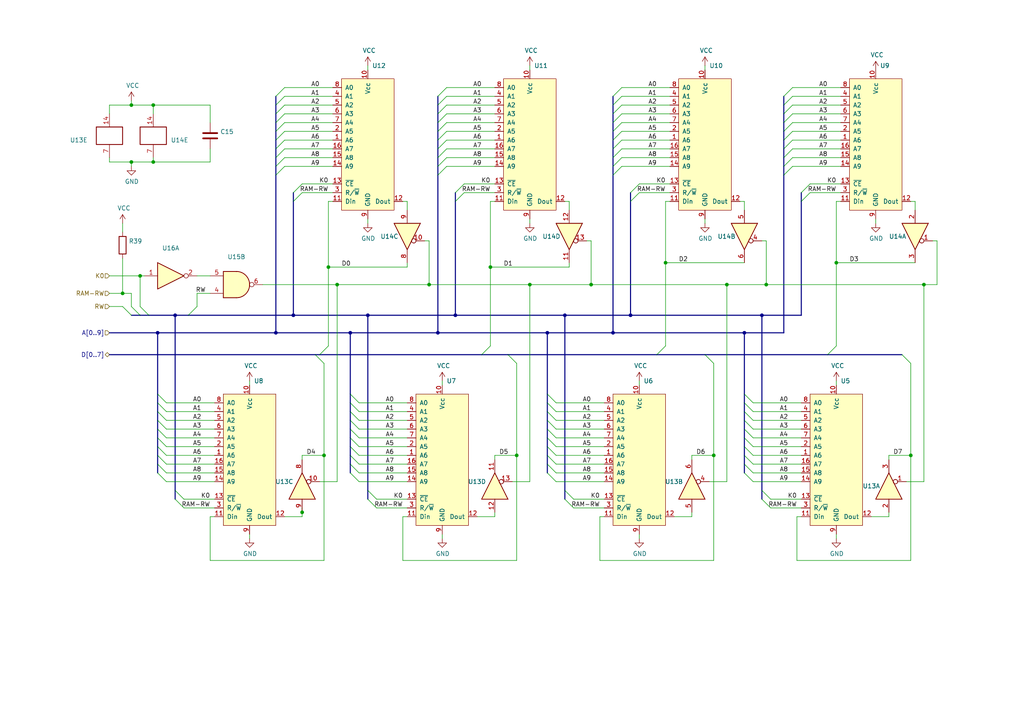
<source format=kicad_sch>
(kicad_sch (version 20211123) (generator eeschema)
  (paper "A4")
  (lib_symbols
    (symbol "74xx:7400" (pin_names (offset 1.016))
      (property "Reference" "U" (at 0 1.27 0))
      (property "Value" "7400" (at 0 -1.27 0))
      (symbol "7400_1_1"
        (arc (start 0 -3.81) (mid 3.81 0) (end 0 3.81) (stroke (width 0.254)) (fill (type background)))
        (polyline (pts (xy 0 3.81) (xy -3.81 3.81) (xy -3.81 -3.81) (xy 0 -3.81)) (stroke (width 0.254)) (fill (type background)))
        (pin input line (at -7.62 2.54 0) (length 3.81) (name "~") (number "1"))
        (pin input line (at -7.62 -2.54 0) (length 3.81) (name "~") (number "2"))
        (pin output inverted (at 7.62 0 180) (length 3.81) (name "~") (number "3"))
      )
      (symbol "7400_1_2"
        (arc (start -3.81 -3.81) (mid -2.589 0) (end -3.81 3.81) (stroke (width 0.254)))
        (arc (start -0.6096 -3.81) (mid 2.1842 -2.5851) (end 3.81 0) (stroke (width 0.254)) (fill (type background)))
        (polyline (pts (xy -3.81 -3.81) (xy -0.635 -3.81)) (stroke (width 0.254)) (fill (type background)))
        (polyline (pts (xy -3.81 3.81) (xy -0.635 3.81)) (stroke (width 0.254)) (fill (type background)))
        (polyline (pts (xy -0.635 3.81) (xy -3.81 3.81) (xy -3.81 3.81) (xy -3.556 3.4036) (xy -3.0226 2.2606) (xy -2.6924 1.0414) (xy -2.6162 -0.254) (xy -2.7686 -1.4986) (xy -3.175 -2.7178) (xy -3.81 -3.81) (xy -3.81 -3.81) (xy -0.635 -3.81)) (stroke (width -25.4)) (fill (type background)))
        (arc (start 3.81 0) (mid 2.1915 2.5936) (end -0.6096 3.81) (stroke (width 0.254)) (fill (type background)))
        (pin input inverted (at -7.62 2.54 0) (length 4.318) (name "~") (number "1"))
        (pin input inverted (at -7.62 -2.54 0) (length 4.318) (name "~") (number "2"))
        (pin output line (at 7.62 0 180) (length 3.81) (name "~") (number "3"))
      )
      (symbol "7400_2_1"
        (arc (start 0 -3.81) (mid 3.81 0) (end 0 3.81) (stroke (width 0.254)) (fill (type background)))
        (polyline (pts (xy 0 3.81) (xy -3.81 3.81) (xy -3.81 -3.81) (xy 0 -3.81)) (stroke (width 0.254)) (fill (type background)))
        (pin input line (at -7.62 2.54 0) (length 3.81) (name "~") (number "4"))
        (pin input line (at -7.62 -2.54 0) (length 3.81) (name "~") (number "5"))
        (pin output inverted (at 7.62 0 180) (length 3.81) (name "~") (number "6"))
      )
      (symbol "7400_2_2"
        (arc (start -3.81 -3.81) (mid -2.589 0) (end -3.81 3.81) (stroke (width 0.254)))
        (arc (start -0.6096 -3.81) (mid 2.1842 -2.5851) (end 3.81 0) (stroke (width 0.254)) (fill (type background)))
        (polyline (pts (xy -3.81 -3.81) (xy -0.635 -3.81)) (stroke (width 0.254)) (fill (type background)))
        (polyline (pts (xy -3.81 3.81) (xy -0.635 3.81)) (stroke (width 0.254)) (fill (type background)))
        (polyline (pts (xy -0.635 3.81) (xy -3.81 3.81) (xy -3.81 3.81) (xy -3.556 3.4036) (xy -3.0226 2.2606) (xy -2.6924 1.0414) (xy -2.6162 -0.254) (xy -2.7686 -1.4986) (xy -3.175 -2.7178) (xy -3.81 -3.81) (xy -3.81 -3.81) (xy -0.635 -3.81)) (stroke (width -25.4)) (fill (type background)))
        (arc (start 3.81 0) (mid 2.1915 2.5936) (end -0.6096 3.81) (stroke (width 0.254)) (fill (type background)))
        (pin input inverted (at -7.62 2.54 0) (length 4.318) (name "~") (number "4"))
        (pin input inverted (at -7.62 -2.54 0) (length 4.318) (name "~") (number "5"))
        (pin output line (at 7.62 0 180) (length 3.81) (name "~") (number "6"))
      )
      (symbol "7400_3_1"
        (arc (start 0 -3.81) (mid 3.81 0) (end 0 3.81) (stroke (width 0.254)) (fill (type background)))
        (polyline (pts (xy 0 3.81) (xy -3.81 3.81) (xy -3.81 -3.81) (xy 0 -3.81)) (stroke (width 0.254)) (fill (type background)))
        (pin input line (at -7.62 -2.54 0) (length 3.81) (name "~") (number "10"))
        (pin output inverted (at 7.62 0 180) (length 3.81) (name "~") (number "8"))
        (pin input line (at -7.62 2.54 0) (length 3.81) (name "~") (number "9"))
      )
      (symbol "7400_3_2"
        (arc (start -3.81 -3.81) (mid -2.589 0) (end -3.81 3.81) (stroke (width 0.254)))
        (arc (start -0.6096 -3.81) (mid 2.1842 -2.5851) (end 3.81 0) (stroke (width 0.254)) (fill (type background)))
        (polyline (pts (xy -3.81 -3.81) (xy -0.635 -3.81)) (stroke (width 0.254)) (fill (type background)))
        (polyline (pts (xy -3.81 3.81) (xy -0.635 3.81)) (stroke (width 0.254)) (fill (type background)))
        (polyline (pts (xy -0.635 3.81) (xy -3.81 3.81) (xy -3.81 3.81) (xy -3.556 3.4036) (xy -3.0226 2.2606) (xy -2.6924 1.0414) (xy -2.6162 -0.254) (xy -2.7686 -1.4986) (xy -3.175 -2.7178) (xy -3.81 -3.81) (xy -3.81 -3.81) (xy -0.635 -3.81)) (stroke (width -25.4)) (fill (type background)))
        (arc (start 3.81 0) (mid 2.1915 2.5936) (end -0.6096 3.81) (stroke (width 0.254)) (fill (type background)))
        (pin input inverted (at -7.62 -2.54 0) (length 4.318) (name "~") (number "10"))
        (pin output line (at 7.62 0 180) (length 3.81) (name "~") (number "8"))
        (pin input inverted (at -7.62 2.54 0) (length 4.318) (name "~") (number "9"))
      )
      (symbol "7400_4_1"
        (arc (start 0 -3.81) (mid 3.81 0) (end 0 3.81) (stroke (width 0.254)) (fill (type background)))
        (polyline (pts (xy 0 3.81) (xy -3.81 3.81) (xy -3.81 -3.81) (xy 0 -3.81)) (stroke (width 0.254)) (fill (type background)))
        (pin output inverted (at 7.62 0 180) (length 3.81) (name "~") (number "11"))
        (pin input line (at -7.62 2.54 0) (length 3.81) (name "~") (number "12"))
        (pin input line (at -7.62 -2.54 0) (length 3.81) (name "~") (number "13"))
      )
      (symbol "7400_4_2"
        (arc (start -3.81 -3.81) (mid -2.589 0) (end -3.81 3.81) (stroke (width 0.254)))
        (arc (start -0.6096 -3.81) (mid 2.1842 -2.5851) (end 3.81 0) (stroke (width 0.254)) (fill (type background)))
        (polyline (pts (xy -3.81 -3.81) (xy -0.635 -3.81)) (stroke (width 0.254)) (fill (type background)))
        (polyline (pts (xy -3.81 3.81) (xy -0.635 3.81)) (stroke (width 0.254)) (fill (type background)))
        (polyline (pts (xy -0.635 3.81) (xy -3.81 3.81) (xy -3.81 3.81) (xy -3.556 3.4036) (xy -3.0226 2.2606) (xy -2.6924 1.0414) (xy -2.6162 -0.254) (xy -2.7686 -1.4986) (xy -3.175 -2.7178) (xy -3.81 -3.81) (xy -3.81 -3.81) (xy -0.635 -3.81)) (stroke (width -25.4)) (fill (type background)))
        (arc (start 3.81 0) (mid 2.1915 2.5936) (end -0.6096 3.81) (stroke (width 0.254)) (fill (type background)))
        (pin output line (at 7.62 0 180) (length 3.81) (name "~") (number "11"))
        (pin input inverted (at -7.62 2.54 0) (length 4.318) (name "~") (number "12"))
        (pin input inverted (at -7.62 -2.54 0) (length 4.318) (name "~") (number "13"))
      )
      (symbol "7400_5_0"
        (pin power_in line (at 0 12.7 270) (length 5.08) (name "VCC") (number "14"))
        (pin power_in line (at 0 -12.7 90) (length 5.08) (name "GND") (number "7"))
      )
      (symbol "7400_5_1"
        (rectangle (start -5.08 7.62) (end 5.08 -7.62) (stroke (width 0.254)) (fill (type background)))
      )
    )
    (symbol "Device:C" (pin_numbers hide) (pin_names (offset 0.254))
      (property "Reference" "C" (at 0.635 2.54 0))
      (property "Value" "C" (at 0.635 -2.54 0))
      (symbol "C_0_1"
        (polyline (pts (xy -2.032 -0.762) (xy 2.032 -0.762)) (stroke (width 0.508)))
        (polyline (pts (xy -2.032 0.762) (xy 2.032 0.762)) (stroke (width 0.508)))
      )
      (symbol "C_1_1"
        (pin passive line (at 0 3.81 270) (length 2.794) (name "~") (number "1"))
        (pin passive line (at 0 -3.81 90) (length 2.794) (name "~") (number "2"))
      )
    )
    (symbol "Device:R" (pin_numbers hide) (pin_names (offset 0))
      (property "Reference" "R" (at 2.032 0 90))
      (property "Value" "R" (at 0 0 90))
      (symbol "R_0_1"
        (rectangle (start -1.016 -2.54) (end 1.016 2.54) (stroke (width 0.254)))
      )
      (symbol "R_1_1"
        (pin passive line (at 0 3.81 270) (length 1.27) (name "~") (number "1"))
        (pin passive line (at 0 -3.81 90) (length 1.27) (name "~") (number "2"))
      )
    )
    (symbol "KIM1-rescue:7404-74xx_more" (pin_names (offset 1.016))
      (property "Reference" "U" (at 0 1.27 0))
      (property "Value" "7404-74xx_more" (at 0 -1.27 0))
      (symbol "7404-74xx_more_1_0"
        (polyline (pts (xy -3.81 3.81) (xy -3.81 -3.81) (xy 3.81 0) (xy -3.81 3.81)) (stroke (width 0.254)) (fill (type background)))
        (pin input line (at -7.62 0 0) (length 3.81) (name "~") (number "1"))
        (pin output inverted (at 7.62 0 180) (length 3.81) (name "~") (number "2"))
      )
      (symbol "7404-74xx_more_2_0"
        (polyline (pts (xy -3.81 3.81) (xy -3.81 -3.81) (xy 3.81 0) (xy -3.81 3.81)) (stroke (width 0.254)) (fill (type background)))
        (pin input line (at -7.62 0 0) (length 3.81) (name "~") (number "3"))
        (pin output inverted (at 7.62 0 180) (length 3.81) (name "~") (number "4"))
      )
      (symbol "7404-74xx_more_3_0"
        (polyline (pts (xy -3.81 3.81) (xy -3.81 -3.81) (xy 3.81 0) (xy -3.81 3.81)) (stroke (width 0.254)) (fill (type background)))
        (pin input line (at -7.62 0 0) (length 3.81) (name "~") (number "5"))
        (pin output inverted (at 7.62 0 180) (length 3.81) (name "~") (number "6"))
      )
      (symbol "7404-74xx_more_4_0"
        (polyline (pts (xy -3.81 3.81) (xy -3.81 -3.81) (xy 3.81 0) (xy -3.81 3.81)) (stroke (width 0.254)) (fill (type background)))
        (pin output inverted (at 7.62 0 180) (length 3.81) (name "~") (number "8"))
        (pin input line (at -7.62 0 0) (length 3.81) (name "~") (number "9"))
      )
      (symbol "7404-74xx_more_5_0"
        (polyline (pts (xy -3.81 3.81) (xy -3.81 -3.81) (xy 3.81 0) (xy -3.81 3.81)) (stroke (width 0.254)) (fill (type background)))
        (pin output inverted (at 7.62 0 180) (length 3.81) (name "~") (number "10"))
        (pin input line (at -7.62 0 0) (length 3.81) (name "~") (number "11"))
      )
      (symbol "7404-74xx_more_6_0"
        (polyline (pts (xy -3.81 3.81) (xy -3.81 -3.81) (xy 3.81 0) (xy -3.81 3.81)) (stroke (width 0.254)) (fill (type background)))
        (pin output inverted (at 7.62 0 180) (length 3.81) (name "~") (number "12"))
        (pin input line (at -7.62 0 0) (length 3.81) (name "~") (number "13"))
      )
      (symbol "7404-74xx_more_7_0"
        (pin power_in line (at 0 12.7 270) (length 5.08) (name "VCC") (number "14"))
        (pin power_in line (at 0 -12.7 90) (length 5.08) (name "GND") (number "7"))
      )
      (symbol "7404-74xx_more_7_1"
        (rectangle (start -5.08 7.62) (end 5.08 -7.62) (stroke (width 0.254)) (fill (type background)))
      )
    )
    (symbol "KIM1-rescue:74125-74xx_more" (pin_names (offset 0) hide)
      (property "Reference" "U" (at -1.27 -1.27 0))
      (property "Value" "74125-74xx_more" (at 1.27 1.27 0))
      (symbol "74125-74xx_more_1_1"
        (polyline (pts (xy -2.54 3.81) (xy -2.54 -3.81) (xy 5.08 0) (xy -2.54 3.81)) (stroke (width 0.254)) (fill (type background)))
        (pin input inverted (at 2.54 5.08 270) (length 3.81) (name "~") (number "1"))
        (pin input line (at -6.35 0 0) (length 3.81) (name "~") (number "2"))
        (pin output line (at 8.89 0 180) (length 3.81) (name "~") (number "3"))
      )
      (symbol "74125-74xx_more_2_1"
        (polyline (pts (xy -2.54 3.81) (xy -2.54 -3.81) (xy 5.08 0) (xy -2.54 3.81)) (stroke (width 0.254)) (fill (type background)))
        (pin input inverted (at 2.54 5.08 270) (length 3.81) (name "~") (number "4"))
        (pin input line (at -6.35 0 0) (length 3.81) (name "~") (number "5"))
        (pin output line (at 8.89 0 180) (length 3.81) (name "~") (number "6"))
      )
      (symbol "74125-74xx_more_3_1"
        (polyline (pts (xy -2.54 3.81) (xy -2.54 -3.81) (xy 5.08 0) (xy -2.54 3.81)) (stroke (width 0.254)) (fill (type background)))
        (pin input inverted (at 2.54 5.08 270) (length 3.81) (name "~") (number "10"))
        (pin output line (at 8.89 0 180) (length 3.81) (name "~") (number "8"))
        (pin input line (at -6.35 0 0) (length 3.81) (name "~") (number "9"))
      )
      (symbol "74125-74xx_more_4_1"
        (polyline (pts (xy -2.54 3.81) (xy -2.54 -3.81) (xy 5.08 0) (xy -2.54 3.81)) (stroke (width 0.254)) (fill (type background)))
        (pin output line (at 8.89 0 180) (length 3.81) (name "~") (number "11"))
        (pin input line (at -6.35 0 0) (length 3.81) (name "~") (number "12"))
        (pin input inverted (at 2.54 5.08 270) (length 3.81) (name "~") (number "13"))
      )
      (symbol "74125-74xx_more_5_1"
        (rectangle (start -2.54 2.54) (end 5.08 -2.54) (stroke (width 0.254)))
        (pin power_in line (at 1.27 6.35 270) (length 3.81) (name "Vcc") (number "14"))
        (pin power_in line (at 1.27 -6.35 90) (length 3.81) (name "GND") (number "7"))
      )
    )
    (symbol "Kim1:MPS6102" (pin_names (offset 1.016))
      (property "Reference" "U" (at 3.81 21.59 0))
      (property "Value" "MPS6102" (at 7.62 24.13 0))
      (symbol "MPS6102_0_1"
        (rectangle (start -7.62 20.32) (end 7.62 -17.78) (fill (type background)))
      )
      (symbol "MPS6102_1_1"
        (pin input line (at -10.16 2.54 0) (length 2.54) (name "A6") (number "1"))
        (pin power_in line (at 0 22.86 270) (length 2.54) (name "Vcc") (number "10"))
        (pin input line (at -10.16 -15.24 0) (length 2.54) (name "Din") (number "11"))
        (pin output line (at 10.16 -15.24 180) (length 2.54) (name "Dout") (number "12"))
        (pin input line (at -10.16 -10.16 0) (length 2.54) (name "~{CE}") (number "13"))
        (pin input line (at -10.16 -5.08 0) (length 2.54) (name "A9") (number "14"))
        (pin input line (at -10.16 -2.54 0) (length 2.54) (name "A8") (number "15"))
        (pin input line (at -10.16 0 0) (length 2.54) (name "A7") (number "16"))
        (pin input line (at -10.16 5.08 0) (length 2.54) (name "A5") (number "2"))
        (pin input line (at -10.16 -12.7 0) (length 2.54) (name "R/~{W}") (number "3"))
        (pin input line (at -10.16 15.24 0) (length 2.54) (name "A1") (number "4"))
        (pin input line (at -10.16 12.7 0) (length 2.54) (name "A2") (number "5"))
        (pin input line (at -10.16 10.16 0) (length 2.54) (name "A3") (number "6"))
        (pin input line (at -10.16 7.62 0) (length 2.54) (name "A4") (number "7"))
        (pin input line (at -10.16 17.78 0) (length 2.54) (name "A0") (number "8"))
        (pin power_in line (at 0 -20.32 90) (length 2.54) (name "GND") (number "9"))
      )
    )
    (symbol "power:GND" (power) (pin_names (offset 0))
      (property "Value" "GND" (at 0 -3.81 0))
      (symbol "GND_0_1"
        (polyline (pts (xy 0 0) (xy 0 -1.27) (xy 1.27 -1.27) (xy 0 -2.54) (xy -1.27 -1.27) (xy 0 -1.27)))
      )
      (symbol "GND_1_1"
        (pin power_in line (at 0 0 270) (length 0) hide (name "GND") (number "1"))
      )
    )
    (symbol "power:VCC" (power) (pin_names (offset 0))
      (property "Value" "VCC" (at 0 3.81 0))
      (symbol "VCC_0_1"
        (polyline (pts (xy -0.762 1.27) (xy 0 2.54)))
        (polyline (pts (xy 0 0) (xy 0 2.54)))
        (polyline (pts (xy 0 2.54) (xy 0.762 1.27)))
      )
      (symbol "VCC_1_1"
        (pin power_in line (at 0 0 90) (length 0) hide (name "VCC") (number "1"))
      )
    )
  )
  (junction (at 182.88 91.44))
  (junction (at 124.46 82.55))
  (junction (at 38.1 30.48))
  (junction (at 127 96.52))
  (junction (at 132.08 91.44))
  (junction (at 215.9 96.52))
  (junction (at 163.83 91.44))
  (junction (at 44.45 46.99))
  (junction (at 106.68 91.44))
  (junction (at 97.79 82.55))
  (junction (at 142.24 77.47))
  (junction (at 210.82 82.55))
  (junction (at 93.98 132.08))
  (junction (at 207.01 132.08))
  (junction (at 45.72 96.52))
  (junction (at 153.67 82.55))
  (junction (at 158.75 96.52))
  (junction (at 50.8 91.44))
  (junction (at 85.09 91.44))
  (junction (at 87.63 148.59))
  (junction (at 220.98 91.44))
  (junction (at 264.16 132.08))
  (junction (at 101.6 96.52))
  (junction (at 193.04 76.2))
  (junction (at 222.25 82.55))
  (junction (at 44.45 30.48))
  (junction (at 242.57 76.2))
  (junction (at 38.1 46.99))
  (junction (at 95.25 77.47))
  (junction (at 80.01 96.52))
  (junction (at 149.86 132.08))
  (junction (at 267.97 82.55))
  (junction (at 35.56 85.09))
  (junction (at 40.64 80.01))
  (junction (at 171.45 82.55))
  (junction (at 177.8 96.52))
  (bus_entry (at 177.8 50.8) (size 2.54 -2.54))
  (bus_entry (at 227.33 35.56) (size 2.54 -2.54))
  (bus_entry (at 45.72 137.16) (size 2.54 2.54))
  (bus_entry (at 45.72 119.38) (size 2.54 2.54))
  (bus_entry (at 158.75 134.62) (size 2.54 2.54))
  (bus_entry (at 158.75 124.46) (size 2.54 2.54))
  (bus_entry (at 50.8 144.78) (size 2.54 2.54))
  (bus_entry (at 177.8 45.72) (size 2.54 -2.54))
  (bus_entry (at 92.71 102.87) (size 2.54 -2.54))
  (bus_entry (at 38.1 88.9) (size 2.54 2.54))
  (bus_entry (at 227.33 33.02) (size 2.54 -2.54))
  (bus_entry (at 215.9 116.84) (size 2.54 2.54))
  (bus_entry (at 45.72 127) (size 2.54 2.54))
  (bus_entry (at 101.6 116.84) (size 2.54 2.54))
  (bus_entry (at 227.33 45.72) (size 2.54 -2.54))
  (bus_entry (at 45.72 132.08) (size 2.54 2.54))
  (bus_entry (at 127 45.72) (size 2.54 -2.54))
  (bus_entry (at 139.7 102.87) (size 2.54 -2.54))
  (bus_entry (at 158.75 127) (size 2.54 2.54))
  (bus_entry (at 127 43.18) (size 2.54 -2.54))
  (bus_entry (at 80.01 38.1) (size 2.54 -2.54))
  (bus_entry (at 80.01 30.48) (size 2.54 -2.54))
  (bus_entry (at 215.9 114.3) (size 2.54 2.54))
  (bus_entry (at 158.75 119.38) (size 2.54 2.54))
  (bus_entry (at 38.1 91.44) (size -2.54 -2.54))
  (bus_entry (at 261.62 102.87) (size 2.54 2.54))
  (bus_entry (at 132.08 58.42) (size 2.54 -2.54))
  (bus_entry (at 177.8 43.18) (size 2.54 -2.54))
  (bus_entry (at 106.68 144.78) (size 2.54 2.54))
  (bus_entry (at 101.6 137.16) (size 2.54 2.54))
  (bus_entry (at 45.72 116.84) (size 2.54 2.54))
  (bus_entry (at 215.9 127) (size 2.54 2.54))
  (bus_entry (at 227.33 27.94) (size 2.54 -2.54))
  (bus_entry (at 177.8 33.02) (size 2.54 -2.54))
  (bus_entry (at 232.41 55.88) (size 2.54 -2.54))
  (bus_entry (at 127 30.48) (size 2.54 -2.54))
  (bus_entry (at 204.47 102.87) (size 2.54 2.54))
  (bus_entry (at 132.08 55.88) (size 2.54 -2.54))
  (bus_entry (at 240.03 102.87) (size 2.54 -2.54))
  (bus_entry (at 80.01 33.02) (size 2.54 -2.54))
  (bus_entry (at 177.8 27.94) (size 2.54 -2.54))
  (bus_entry (at 45.72 124.46) (size 2.54 2.54))
  (bus_entry (at 158.75 129.54) (size 2.54 2.54))
  (bus_entry (at 85.09 55.88) (size 2.54 -2.54))
  (bus_entry (at 106.68 142.24) (size 2.54 2.54))
  (bus_entry (at 91.44 102.87) (size 2.54 2.54))
  (bus_entry (at 215.9 121.92) (size 2.54 2.54))
  (bus_entry (at 227.33 38.1) (size 2.54 -2.54))
  (bus_entry (at 215.9 134.62) (size 2.54 2.54))
  (bus_entry (at 85.09 58.42) (size 2.54 -2.54))
  (bus_entry (at 80.01 27.94) (size 2.54 -2.54))
  (bus_entry (at 215.9 129.54) (size 2.54 2.54))
  (bus_entry (at 101.6 132.08) (size 2.54 2.54))
  (bus_entry (at 177.8 30.48) (size 2.54 -2.54))
  (bus_entry (at 182.88 55.88) (size 2.54 -2.54))
  (bus_entry (at 101.6 114.3) (size 2.54 2.54))
  (bus_entry (at 177.8 38.1) (size 2.54 -2.54))
  (bus_entry (at 227.33 43.18) (size 2.54 -2.54))
  (bus_entry (at 227.33 50.8) (size 2.54 -2.54))
  (bus_entry (at 215.9 137.16) (size 2.54 2.54))
  (bus_entry (at 163.83 144.78) (size 2.54 2.54))
  (bus_entry (at 158.75 114.3) (size 2.54 2.54))
  (bus_entry (at 45.72 114.3) (size 2.54 2.54))
  (bus_entry (at 80.01 48.26) (size 2.54 -2.54))
  (bus_entry (at 80.01 45.72) (size 2.54 -2.54))
  (bus_entry (at 80.01 40.64) (size 2.54 -2.54))
  (bus_entry (at 50.8 142.24) (size 2.54 2.54))
  (bus_entry (at 158.75 137.16) (size 2.54 2.54))
  (bus_entry (at 80.01 43.18) (size 2.54 -2.54))
  (bus_entry (at 54.61 91.44) (size 2.54 -2.54))
  (bus_entry (at 227.33 48.26) (size 2.54 -2.54))
  (bus_entry (at 232.41 58.42) (size 2.54 -2.54))
  (bus_entry (at 147.32 102.87) (size 2.54 2.54))
  (bus_entry (at 127 48.26) (size 2.54 -2.54))
  (bus_entry (at 101.6 134.62) (size 2.54 2.54))
  (bus_entry (at 220.98 144.78) (size 2.54 2.54))
  (bus_entry (at 215.9 119.38) (size 2.54 2.54))
  (bus_entry (at 45.72 134.62) (size 2.54 2.54))
  (bus_entry (at 158.75 116.84) (size 2.54 2.54))
  (bus_entry (at 101.6 124.46) (size 2.54 2.54))
  (bus_entry (at 80.01 35.56) (size 2.54 -2.54))
  (bus_entry (at 101.6 119.38) (size 2.54 2.54))
  (bus_entry (at 101.6 121.92) (size 2.54 2.54))
  (bus_entry (at 182.88 58.42) (size 2.54 -2.54))
  (bus_entry (at 45.72 129.54) (size 2.54 2.54))
  (bus_entry (at 158.75 121.92) (size 2.54 2.54))
  (bus_entry (at 177.8 35.56) (size 2.54 -2.54))
  (bus_entry (at 227.33 40.64) (size 2.54 -2.54))
  (bus_entry (at 227.33 30.48) (size 2.54 -2.54))
  (bus_entry (at 158.75 132.08) (size 2.54 2.54))
  (bus_entry (at 101.6 129.54) (size 2.54 2.54))
  (bus_entry (at 190.5 102.87) (size 2.54 -2.54))
  (bus_entry (at 127 38.1) (size 2.54 -2.54))
  (bus_entry (at 127 35.56) (size 2.54 -2.54))
  (bus_entry (at 177.8 48.26) (size 2.54 -2.54))
  (bus_entry (at 80.01 50.8) (size 2.54 -2.54))
  (bus_entry (at 43.18 91.44) (size -2.54 -2.54))
  (bus_entry (at 127 40.64) (size 2.54 -2.54))
  (bus_entry (at 177.8 40.64) (size 2.54 -2.54))
  (bus_entry (at 215.9 132.08) (size 2.54 2.54))
  (bus_entry (at 45.72 121.92) (size 2.54 2.54))
  (bus_entry (at 215.9 124.46) (size 2.54 2.54))
  (bus_entry (at 127 27.94) (size 2.54 -2.54))
  (bus_entry (at 127 33.02) (size 2.54 -2.54))
  (bus_entry (at 163.83 142.24) (size 2.54 2.54))
  (bus_entry (at 101.6 127) (size 2.54 2.54))
  (bus_entry (at 127 50.8) (size 2.54 -2.54))
  (bus_entry (at 220.98 142.24) (size 2.54 2.54))
  (wire (pts (xy 207.01 105.41) (xy 207.01 132.08)))
  (wire (pts (xy 204.47 19.05) (xy 204.47 20.32)))
  (bus (pts (xy 240.03 102.87) (xy 261.62 102.87)))
  (wire (pts (xy 104.14 127) (xy 118.11 127)))
  (wire (pts (xy 31.75 33.02) (xy 31.75 30.48)))
  (wire (pts (xy 129.54 35.56) (xy 143.51 35.56)))
  (wire (pts (xy 232.41 149.86) (xy 231.14 149.86)))
  (bus (pts (xy 45.72 121.92) (xy 45.72 124.46)))
  (wire (pts (xy 264.16 105.41) (xy 264.16 132.08)))
  (wire (pts (xy 93.98 105.41) (xy 93.98 132.08)))
  (wire (pts (xy 124.46 82.55) (xy 124.46 69.85)))
  (wire (pts (xy 161.29 129.54) (xy 175.26 129.54)))
  (bus (pts (xy 182.88 55.88) (xy 182.88 58.42)))
  (bus (pts (xy 127 50.8) (xy 127 96.52)))
  (bus (pts (xy 50.8 91.44) (xy 54.61 91.44)))
  (bus (pts (xy 45.72 124.46) (xy 45.72 127)))
  (wire (pts (xy 96.52 58.42) (xy 95.25 58.42)))
  (wire (pts (xy 242.57 76.2) (xy 242.57 100.33)))
  (bus (pts (xy 227.33 27.94) (xy 227.33 30.48)))
  (bus (pts (xy 220.98 91.44) (xy 232.41 91.44)))
  (wire (pts (xy 149.86 162.56) (xy 149.86 132.08)))
  (bus (pts (xy 101.6 116.84) (xy 101.6 119.38)))
  (wire (pts (xy 48.26 129.54) (xy 62.23 129.54)))
  (bus (pts (xy 177.8 96.52) (xy 215.9 96.52)))
  (bus (pts (xy 177.8 48.26) (xy 177.8 50.8)))
  (bus (pts (xy 158.75 116.84) (xy 158.75 119.38)))
  (bus (pts (xy 38.1 91.44) (xy 40.64 91.44)))
  (bus (pts (xy 158.75 127) (xy 158.75 129.54)))
  (wire (pts (xy 48.26 119.38) (xy 62.23 119.38)))
  (wire (pts (xy 48.26 139.7) (xy 62.23 139.7)))
  (bus (pts (xy 158.75 96.52) (xy 158.75 114.3)))
  (wire (pts (xy 104.14 139.7) (xy 118.11 139.7)))
  (bus (pts (xy 215.9 134.62) (xy 215.9 137.16)))
  (bus (pts (xy 45.72 134.62) (xy 45.72 137.16)))
  (bus (pts (xy 182.88 91.44) (xy 220.98 91.44)))
  (wire (pts (xy 48.26 132.08) (xy 62.23 132.08)))
  (wire (pts (xy 62.23 149.86) (xy 60.96 149.86)))
  (wire (pts (xy 200.66 148.59) (xy 200.66 149.86)))
  (wire (pts (xy 35.56 64.77) (xy 35.56 67.31)))
  (wire (pts (xy 271.78 69.85) (xy 270.51 69.85)))
  (bus (pts (xy 101.6 96.52) (xy 101.6 114.3)))
  (bus (pts (xy 101.6 124.46) (xy 101.6 127)))
  (wire (pts (xy 35.56 74.93) (xy 35.56 85.09)))
  (wire (pts (xy 193.04 58.42) (xy 193.04 76.2)))
  (wire (pts (xy 161.29 124.46) (xy 175.26 124.46)))
  (bus (pts (xy 127 40.64) (xy 127 43.18)))
  (wire (pts (xy 180.34 35.56) (xy 194.31 35.56)))
  (wire (pts (xy 210.82 82.55) (xy 210.82 139.7)))
  (wire (pts (xy 116.84 58.42) (xy 118.11 58.42)))
  (wire (pts (xy 72.39 111.76) (xy 72.39 110.49)))
  (bus (pts (xy 31.75 96.52) (xy 45.72 96.52)))
  (wire (pts (xy 31.75 30.48) (xy 38.1 30.48)))
  (wire (pts (xy 161.29 139.7) (xy 175.26 139.7)))
  (bus (pts (xy 215.9 119.38) (xy 215.9 121.92)))
  (wire (pts (xy 40.64 80.01) (xy 41.91 80.01)))
  (bus (pts (xy 163.83 91.44) (xy 163.83 142.24)))
  (wire (pts (xy 161.29 137.16) (xy 175.26 137.16)))
  (wire (pts (xy 129.54 40.64) (xy 143.51 40.64)))
  (wire (pts (xy 44.45 45.72) (xy 44.45 46.99)))
  (wire (pts (xy 242.57 76.2) (xy 265.43 76.2)))
  (wire (pts (xy 229.87 40.64) (xy 243.84 40.64)))
  (wire (pts (xy 234.95 53.34) (xy 243.84 53.34)))
  (wire (pts (xy 134.62 55.88) (xy 143.51 55.88)))
  (bus (pts (xy 158.75 129.54) (xy 158.75 132.08)))
  (wire (pts (xy 82.55 149.86) (xy 87.63 149.86)))
  (wire (pts (xy 134.62 53.34) (xy 143.51 53.34)))
  (bus (pts (xy 45.72 96.52) (xy 80.01 96.52)))
  (wire (pts (xy 87.63 132.08) (xy 93.98 132.08)))
  (wire (pts (xy 76.2 82.55) (xy 97.79 82.55)))
  (wire (pts (xy 97.79 139.7) (xy 97.79 82.55)))
  (wire (pts (xy 218.44 132.08) (xy 232.41 132.08)))
  (bus (pts (xy 204.47 102.87) (xy 240.03 102.87)))
  (wire (pts (xy 195.58 149.86) (xy 200.66 149.86)))
  (wire (pts (xy 173.99 149.86) (xy 173.99 162.56)))
  (wire (pts (xy 82.55 27.94) (xy 96.52 27.94)))
  (bus (pts (xy 50.8 91.44) (xy 50.8 142.24)))
  (wire (pts (xy 44.45 46.99) (xy 60.96 46.99)))
  (wire (pts (xy 185.42 53.34) (xy 194.31 53.34)))
  (bus (pts (xy 127 30.48) (xy 127 33.02)))
  (wire (pts (xy 180.34 33.02) (xy 194.31 33.02)))
  (bus (pts (xy 158.75 119.38) (xy 158.75 121.92)))
  (wire (pts (xy 106.68 63.5) (xy 106.68 64.77)))
  (bus (pts (xy 45.72 129.54) (xy 45.72 132.08)))
  (wire (pts (xy 38.1 88.9) (xy 38.1 85.09)))
  (wire (pts (xy 38.1 48.26) (xy 38.1 46.99)))
  (wire (pts (xy 223.52 147.32) (xy 232.41 147.32)))
  (wire (pts (xy 82.55 40.64) (xy 96.52 40.64)))
  (wire (pts (xy 104.14 132.08) (xy 118.11 132.08)))
  (bus (pts (xy 127 48.26) (xy 127 50.8)))
  (wire (pts (xy 124.46 82.55) (xy 153.67 82.55)))
  (bus (pts (xy 177.8 33.02) (xy 177.8 35.56)))
  (wire (pts (xy 229.87 27.94) (xy 243.84 27.94)))
  (bus (pts (xy 158.75 134.62) (xy 158.75 137.16)))
  (wire (pts (xy 60.96 149.86) (xy 60.96 162.56)))
  (wire (pts (xy 129.54 33.02) (xy 143.51 33.02)))
  (bus (pts (xy 127 38.1) (xy 127 40.64)))
  (bus (pts (xy 227.33 45.72) (xy 227.33 48.26)))
  (bus (pts (xy 101.6 119.38) (xy 101.6 121.92)))
  (bus (pts (xy 215.9 132.08) (xy 215.9 134.62)))
  (wire (pts (xy 267.97 82.55) (xy 267.97 139.7)))
  (wire (pts (xy 231.14 149.86) (xy 231.14 162.56)))
  (bus (pts (xy 220.98 91.44) (xy 220.98 142.24)))
  (wire (pts (xy 60.96 162.56) (xy 93.98 162.56)))
  (wire (pts (xy 106.68 20.32) (xy 106.68 19.05)))
  (bus (pts (xy 132.08 55.88) (xy 132.08 58.42)))
  (wire (pts (xy 185.42 154.94) (xy 185.42 156.21)))
  (wire (pts (xy 193.04 76.2) (xy 215.9 76.2)))
  (wire (pts (xy 257.81 133.35) (xy 257.81 132.08)))
  (wire (pts (xy 153.67 19.05) (xy 153.67 20.32)))
  (bus (pts (xy 158.75 132.08) (xy 158.75 134.62)))
  (wire (pts (xy 57.15 80.01) (xy 60.96 80.01)))
  (wire (pts (xy 128.27 154.94) (xy 128.27 156.21)))
  (wire (pts (xy 143.51 132.08) (xy 149.86 132.08)))
  (wire (pts (xy 229.87 30.48) (xy 243.84 30.48)))
  (wire (pts (xy 60.96 30.48) (xy 60.96 35.56)))
  (wire (pts (xy 48.26 116.84) (xy 62.23 116.84)))
  (wire (pts (xy 118.11 149.86) (xy 116.84 149.86)))
  (wire (pts (xy 218.44 116.84) (xy 232.41 116.84)))
  (wire (pts (xy 265.43 58.42) (xy 265.43 60.96)))
  (wire (pts (xy 143.51 58.42) (xy 142.24 58.42)))
  (bus (pts (xy 215.9 96.52) (xy 227.33 96.52)))
  (wire (pts (xy 138.43 149.86) (xy 143.51 149.86)))
  (wire (pts (xy 264.16 58.42) (xy 265.43 58.42)))
  (wire (pts (xy 153.67 63.5) (xy 153.67 64.77)))
  (bus (pts (xy 85.09 58.42) (xy 85.09 91.44)))
  (wire (pts (xy 149.86 105.41) (xy 149.86 132.08)))
  (bus (pts (xy 127 35.56) (xy 127 38.1)))
  (wire (pts (xy 218.44 139.7) (xy 232.41 139.7)))
  (bus (pts (xy 177.8 45.72) (xy 177.8 48.26)))
  (wire (pts (xy 222.25 82.55) (xy 222.25 69.85)))
  (wire (pts (xy 229.87 35.56) (xy 243.84 35.56)))
  (wire (pts (xy 214.63 58.42) (xy 215.9 58.42)))
  (bus (pts (xy 45.72 132.08) (xy 45.72 134.62)))
  (bus (pts (xy 177.8 40.64) (xy 177.8 43.18)))
  (bus (pts (xy 182.88 58.42) (xy 182.88 91.44)))
  (bus (pts (xy 215.9 114.3) (xy 215.9 116.84)))
  (wire (pts (xy 82.55 45.72) (xy 96.52 45.72)))
  (wire (pts (xy 129.54 30.48) (xy 143.51 30.48)))
  (bus (pts (xy 43.18 91.44) (xy 50.8 91.44)))
  (bus (pts (xy 158.75 121.92) (xy 158.75 124.46)))
  (wire (pts (xy 40.64 88.9) (xy 40.64 80.01)))
  (bus (pts (xy 80.01 33.02) (xy 80.01 35.56)))
  (bus (pts (xy 220.98 142.24) (xy 220.98 144.78)))
  (bus (pts (xy 127 96.52) (xy 158.75 96.52)))
  (wire (pts (xy 210.82 82.55) (xy 222.25 82.55)))
  (wire (pts (xy 171.45 69.85) (xy 170.18 69.85)))
  (wire (pts (xy 82.55 33.02) (xy 96.52 33.02)))
  (bus (pts (xy 227.33 40.64) (xy 227.33 43.18)))
  (bus (pts (xy 45.72 96.52) (xy 45.72 114.3)))
  (bus (pts (xy 106.68 91.44) (xy 106.68 142.24)))
  (wire (pts (xy 153.67 82.55) (xy 153.67 139.7)))
  (wire (pts (xy 165.1 58.42) (xy 165.1 60.96)))
  (bus (pts (xy 45.72 116.84) (xy 45.72 119.38)))
  (bus (pts (xy 127 45.72) (xy 127 48.26)))
  (wire (pts (xy 171.45 82.55) (xy 210.82 82.55)))
  (wire (pts (xy 218.44 127) (xy 232.41 127)))
  (wire (pts (xy 153.67 82.55) (xy 171.45 82.55)))
  (wire (pts (xy 53.34 147.32) (xy 62.23 147.32)))
  (bus (pts (xy 227.33 50.8) (xy 227.33 96.52)))
  (wire (pts (xy 166.37 144.78) (xy 175.26 144.78)))
  (wire (pts (xy 161.29 121.92) (xy 175.26 121.92)))
  (wire (pts (xy 109.22 144.78) (xy 118.11 144.78)))
  (wire (pts (xy 200.66 132.08) (xy 200.66 133.35)))
  (wire (pts (xy 142.24 77.47) (xy 142.24 100.33)))
  (wire (pts (xy 180.34 25.4) (xy 194.31 25.4)))
  (wire (pts (xy 229.87 43.18) (xy 243.84 43.18)))
  (wire (pts (xy 82.55 30.48) (xy 96.52 30.48)))
  (wire (pts (xy 129.54 45.72) (xy 143.51 45.72)))
  (wire (pts (xy 218.44 119.38) (xy 232.41 119.38)))
  (wire (pts (xy 180.34 48.26) (xy 194.31 48.26)))
  (bus (pts (xy 80.01 45.72) (xy 80.01 48.26)))
  (wire (pts (xy 129.54 38.1) (xy 143.51 38.1)))
  (bus (pts (xy 163.83 142.24) (xy 163.83 144.78)))
  (wire (pts (xy 180.34 45.72) (xy 194.31 45.72)))
  (bus (pts (xy 227.33 48.26) (xy 227.33 50.8)))
  (bus (pts (xy 215.9 116.84) (xy 215.9 119.38)))
  (wire (pts (xy 257.81 148.59) (xy 257.81 149.86)))
  (wire (pts (xy 222.25 82.55) (xy 267.97 82.55)))
  (wire (pts (xy 44.45 30.48) (xy 60.96 30.48)))
  (wire (pts (xy 35.56 85.09) (xy 38.1 85.09)))
  (wire (pts (xy 165.1 77.47) (xy 165.1 76.2)))
  (wire (pts (xy 129.54 48.26) (xy 143.51 48.26)))
  (wire (pts (xy 72.39 154.94) (xy 72.39 156.21)))
  (wire (pts (xy 97.79 82.55) (xy 124.46 82.55)))
  (wire (pts (xy 95.25 77.47) (xy 95.25 100.33)))
  (bus (pts (xy 227.33 30.48) (xy 227.33 33.02)))
  (wire (pts (xy 104.14 116.84) (xy 118.11 116.84)))
  (bus (pts (xy 80.01 96.52) (xy 101.6 96.52)))
  (wire (pts (xy 231.14 162.56) (xy 264.16 162.56)))
  (wire (pts (xy 128.27 111.76) (xy 128.27 110.49)))
  (wire (pts (xy 254 63.5) (xy 254 64.77)))
  (wire (pts (xy 142.24 77.47) (xy 165.1 77.47)))
  (wire (pts (xy 207.01 162.56) (xy 207.01 132.08)))
  (wire (pts (xy 116.84 162.56) (xy 149.86 162.56)))
  (wire (pts (xy 218.44 134.62) (xy 232.41 134.62)))
  (wire (pts (xy 142.24 58.42) (xy 142.24 77.47)))
  (bus (pts (xy 177.8 30.48) (xy 177.8 33.02)))
  (bus (pts (xy 101.6 132.08) (xy 101.6 134.62)))
  (bus (pts (xy 177.8 43.18) (xy 177.8 45.72)))
  (wire (pts (xy 38.1 30.48) (xy 44.45 30.48)))
  (bus (pts (xy 85.09 55.88) (xy 85.09 58.42)))
  (wire (pts (xy 229.87 25.4) (xy 243.84 25.4)))
  (wire (pts (xy 193.04 76.2) (xy 193.04 100.33)))
  (wire (pts (xy 229.87 33.02) (xy 243.84 33.02)))
  (bus (pts (xy 80.01 43.18) (xy 80.01 45.72)))
  (wire (pts (xy 31.75 85.09) (xy 35.56 85.09)))
  (bus (pts (xy 227.33 43.18) (xy 227.33 45.72)))
  (wire (pts (xy 48.26 137.16) (xy 62.23 137.16)))
  (wire (pts (xy 143.51 132.08) (xy 143.51 133.35)))
  (wire (pts (xy 161.29 119.38) (xy 175.26 119.38)))
  (wire (pts (xy 234.95 55.88) (xy 243.84 55.88)))
  (wire (pts (xy 31.75 46.99) (xy 38.1 46.99)))
  (wire (pts (xy 87.63 148.59) (xy 87.63 149.86)))
  (wire (pts (xy 129.54 27.94) (xy 143.51 27.94)))
  (wire (pts (xy 44.45 33.02) (xy 44.45 30.48)))
  (bus (pts (xy 85.09 91.44) (xy 106.68 91.44)))
  (wire (pts (xy 163.83 58.42) (xy 165.1 58.42)))
  (wire (pts (xy 38.1 46.99) (xy 44.45 46.99)))
  (wire (pts (xy 264.16 162.56) (xy 264.16 132.08)))
  (wire (pts (xy 104.14 124.46) (xy 118.11 124.46)))
  (wire (pts (xy 118.11 58.42) (xy 118.11 60.96)))
  (wire (pts (xy 31.75 45.72) (xy 31.75 46.99)))
  (bus (pts (xy 80.01 38.1) (xy 80.01 40.64)))
  (wire (pts (xy 180.34 38.1) (xy 194.31 38.1)))
  (wire (pts (xy 82.55 48.26) (xy 96.52 48.26)))
  (wire (pts (xy 218.44 137.16) (xy 232.41 137.16)))
  (wire (pts (xy 161.29 132.08) (xy 175.26 132.08)))
  (wire (pts (xy 87.63 132.08) (xy 87.63 133.35)))
  (wire (pts (xy 82.55 43.18) (xy 96.52 43.18)))
  (bus (pts (xy 101.6 96.52) (xy 127 96.52)))
  (wire (pts (xy 48.26 121.92) (xy 62.23 121.92)))
  (wire (pts (xy 129.54 43.18) (xy 143.51 43.18)))
  (wire (pts (xy 116.84 149.86) (xy 116.84 162.56)))
  (bus (pts (xy 227.33 33.02) (xy 227.33 35.56)))
  (wire (pts (xy 223.52 144.78) (xy 232.41 144.78)))
  (wire (pts (xy 161.29 127) (xy 175.26 127)))
  (wire (pts (xy 222.25 69.85) (xy 220.98 69.85)))
  (wire (pts (xy 171.45 82.55) (xy 171.45 69.85)))
  (wire (pts (xy 92.71 139.7) (xy 97.79 139.7)))
  (wire (pts (xy 194.31 58.42) (xy 193.04 58.42)))
  (bus (pts (xy 215.9 124.46) (xy 215.9 127)))
  (wire (pts (xy 218.44 124.46) (xy 232.41 124.46)))
  (wire (pts (xy 109.22 147.32) (xy 118.11 147.32)))
  (bus (pts (xy 190.5 102.87) (xy 204.47 102.87)))
  (bus (pts (xy 101.6 121.92) (xy 101.6 124.46)))
  (bus (pts (xy 127 33.02) (xy 127 35.56)))
  (bus (pts (xy 31.75 102.87) (xy 91.44 102.87)))
  (bus (pts (xy 106.68 91.44) (xy 132.08 91.44)))
  (wire (pts (xy 57.15 85.09) (xy 57.15 88.9)))
  (wire (pts (xy 175.26 149.86) (xy 173.99 149.86)))
  (wire (pts (xy 82.55 35.56) (xy 96.52 35.56)))
  (wire (pts (xy 215.9 58.42) (xy 215.9 60.96)))
  (wire (pts (xy 257.81 132.08) (xy 264.16 132.08)))
  (wire (pts (xy 252.73 149.86) (xy 257.81 149.86)))
  (wire (pts (xy 200.66 132.08) (xy 207.01 132.08)))
  (wire (pts (xy 118.11 77.47) (xy 118.11 76.2)))
  (bus (pts (xy 132.08 91.44) (xy 163.83 91.44)))
  (wire (pts (xy 60.96 85.09) (xy 57.15 85.09)))
  (wire (pts (xy 104.14 137.16) (xy 118.11 137.16)))
  (wire (pts (xy 243.84 58.42) (xy 242.57 58.42)))
  (bus (pts (xy 139.7 102.87) (xy 147.32 102.87)))
  (wire (pts (xy 161.29 134.62) (xy 175.26 134.62)))
  (wire (pts (xy 180.34 30.48) (xy 194.31 30.48)))
  (wire (pts (xy 95.25 77.47) (xy 118.11 77.47)))
  (bus (pts (xy 45.72 114.3) (xy 45.72 116.84)))
  (wire (pts (xy 93.98 162.56) (xy 93.98 132.08)))
  (wire (pts (xy 267.97 139.7) (xy 262.89 139.7)))
  (wire (pts (xy 218.44 129.54) (xy 232.41 129.54)))
  (bus (pts (xy 227.33 38.1) (xy 227.33 40.64)))
  (wire (pts (xy 129.54 25.4) (xy 143.51 25.4)))
  (wire (pts (xy 173.99 162.56) (xy 207.01 162.56)))
  (bus (pts (xy 101.6 114.3) (xy 101.6 116.84)))
  (bus (pts (xy 80.01 50.8) (xy 80.01 96.52)))
  (wire (pts (xy 180.34 27.94) (xy 194.31 27.94)))
  (bus (pts (xy 177.8 38.1) (xy 177.8 40.64)))
  (bus (pts (xy 215.9 129.54) (xy 215.9 132.08)))
  (wire (pts (xy 82.55 38.1) (xy 96.52 38.1)))
  (wire (pts (xy 48.26 127) (xy 62.23 127)))
  (bus (pts (xy 80.01 30.48) (xy 80.01 33.02)))
  (bus (pts (xy 132.08 58.42) (xy 132.08 91.44)))
  (wire (pts (xy 229.87 45.72) (xy 243.84 45.72)))
  (bus (pts (xy 158.75 96.52) (xy 177.8 96.52)))
  (wire (pts (xy 82.55 25.4) (xy 96.52 25.4)))
  (wire (pts (xy 31.75 80.01) (xy 40.64 80.01)))
  (bus (pts (xy 80.01 27.94) (xy 80.01 30.48)))
  (bus (pts (xy 106.68 142.24) (xy 106.68 144.78)))
  (wire (pts (xy 48.26 134.62) (xy 62.23 134.62)))
  (wire (pts (xy 218.44 121.92) (xy 232.41 121.92)))
  (bus (pts (xy 177.8 27.94) (xy 177.8 30.48)))
  (bus (pts (xy 158.75 124.46) (xy 158.75 127)))
  (bus (pts (xy 215.9 127) (xy 215.9 129.54)))
  (bus (pts (xy 147.32 102.87) (xy 190.5 102.87)))
  (wire (pts (xy 87.63 147.32) (xy 87.63 148.59)))
  (wire (pts (xy 38.1 29.21) (xy 38.1 30.48)))
  (wire (pts (xy 153.67 139.7) (xy 148.59 139.7)))
  (bus (pts (xy 215.9 96.52) (xy 215.9 114.3)))
  (wire (pts (xy 229.87 38.1) (xy 243.84 38.1)))
  (wire (pts (xy 166.37 147.32) (xy 175.26 147.32)))
  (wire (pts (xy 87.63 53.34) (xy 96.52 53.34)))
  (bus (pts (xy 232.41 55.88) (xy 232.41 58.42)))
  (wire (pts (xy 180.34 43.18) (xy 194.31 43.18)))
  (bus (pts (xy 45.72 127) (xy 45.72 129.54)))
  (bus (pts (xy 80.01 40.64) (xy 80.01 43.18)))
  (wire (pts (xy 104.14 134.62) (xy 118.11 134.62)))
  (bus (pts (xy 80.01 35.56) (xy 80.01 38.1)))
  (wire (pts (xy 60.96 46.99) (xy 60.96 43.18)))
  (bus (pts (xy 45.72 119.38) (xy 45.72 121.92)))
  (bus (pts (xy 127 27.94) (xy 127 30.48)))
  (bus (pts (xy 40.64 91.44) (xy 43.18 91.44)))
  (bus (pts (xy 92.71 102.87) (xy 139.7 102.87)))
  (wire (pts (xy 53.34 144.78) (xy 62.23 144.78)))
  (bus (pts (xy 54.61 91.44) (xy 85.09 91.44)))
  (bus (pts (xy 101.6 134.62) (xy 101.6 137.16)))
  (bus (pts (xy 91.44 102.87) (xy 92.71 102.87)))
  (wire (pts (xy 48.26 124.46) (xy 62.23 124.46)))
  (bus (pts (xy 127 43.18) (xy 127 45.72)))
  (wire (pts (xy 31.75 88.9) (xy 35.56 88.9)))
  (bus (pts (xy 101.6 129.54) (xy 101.6 132.08)))
  (bus (pts (xy 177.8 35.56) (xy 177.8 38.1)))
  (wire (pts (xy 242.57 111.76) (xy 242.57 110.49)))
  (wire (pts (xy 104.14 129.54) (xy 118.11 129.54)))
  (wire (pts (xy 229.87 48.26) (xy 243.84 48.26)))
  (bus (pts (xy 215.9 121.92) (xy 215.9 124.46)))
  (wire (pts (xy 104.14 121.92) (xy 118.11 121.92)))
  (bus (pts (xy 163.83 91.44) (xy 182.88 91.44)))
  (wire (pts (xy 242.57 154.94) (xy 242.57 156.21)))
  (wire (pts (xy 143.51 148.59) (xy 143.51 149.86)))
  (wire (pts (xy 87.63 55.88) (xy 96.52 55.88)))
  (wire (pts (xy 124.46 69.85) (xy 123.19 69.85)))
  (bus (pts (xy 177.8 50.8) (xy 177.8 96.52)))
  (bus (pts (xy 80.01 48.26) (xy 80.01 50.8)))
  (wire (pts (xy 161.29 116.84) (xy 175.26 116.84)))
  (wire (pts (xy 210.82 139.7) (xy 205.74 139.7)))
  (bus (pts (xy 158.75 114.3) (xy 158.75 116.84)))
  (bus (pts (xy 50.8 142.24) (xy 50.8 144.78)))
  (wire (pts (xy 271.78 82.55) (xy 271.78 69.85)))
  (wire (pts (xy 267.97 82.55) (xy 271.78 82.55)))
  (wire (pts (xy 95.25 58.42) (xy 95.25 77.47)))
  (wire (pts (xy 185.42 55.88) (xy 194.31 55.88)))
  (wire (pts (xy 104.14 119.38) (xy 118.11 119.38)))
  (wire (pts (xy 204.47 63.5) (xy 204.47 64.77)))
  (wire (pts (xy 180.34 40.64) (xy 194.31 40.64)))
  (bus (pts (xy 101.6 127) (xy 101.6 129.54)))
  (wire (pts (xy 185.42 111.76) (xy 185.42 110.49)))
  (wire (pts (xy 242.57 58.42) (xy 242.57 76.2)))
  (bus (pts (xy 232.41 58.42) (xy 232.41 91.44)))
  (bus (pts (xy 227.33 35.56) (xy 227.33 38.1)))
  (label "A4" (at 139.7 35.56 180))
  (label "A9" (at 171.45 139.7 180))
  (label "A3" (at 92.71 33.02 180))
  (label "A4" (at 190.5 35.56 180))
  (label "A9" (at 58.42 139.7 180))
  (label "A6" (at 240.03 40.64 180))
  (label "A4" (at 240.03 35.56 180))
  (label "A6" (at 171.45 132.08 180))
  (label "A2" (at 171.45 121.92 180))
  (label "A1" (at 58.42 119.38 180))
  (label "A8" (at 58.42 137.16 180))
  (label "A2" (at 114.3 121.92 180))
  (label "A9" (at 228.6 139.7 180))
  (label "K0" (at 116.84 144.78 180))
  (label "A2" (at 58.42 121.92 180))
  (label "A9" (at 240.03 48.26 180))
  (label "D1" (at 146.05 77.47 0))
  (label "A2" (at 92.71 30.48 180))
  (label "A0" (at 139.7 25.4 180))
  (label "A8" (at 114.3 137.16 180))
  (label "K0" (at 231.14 144.78 180))
  (label "A1" (at 139.7 27.94 180))
  (label "A7" (at 190.5 43.18 180))
  (label "A6" (at 228.6 132.08 180))
  (label "A7" (at 114.3 134.62 180))
  (label "K0" (at 142.24 53.34 180))
  (label "A8" (at 190.5 45.72 180))
  (label "D2" (at 196.85 76.2 0))
  (label "A8" (at 171.45 137.16 180))
  (label "A0" (at 92.71 25.4 180))
  (label "RAM-RW" (at 173.99 147.32 180))
  (label "A5" (at 228.6 129.54 180))
  (label "RAM-RW" (at 231.14 147.32 180))
  (label "A5" (at 92.71 38.1 180))
  (label "A2" (at 190.5 30.48 180))
  (label "A4" (at 114.3 127 180))
  (label "K0" (at 95.25 53.34 180))
  (label "A3" (at 58.42 124.46 180))
  (label "A7" (at 139.7 43.18 180))
  (label "RAM-RW" (at 60.96 147.32 180))
  (label "A0" (at 228.6 116.84 180))
  (label "A5" (at 190.5 38.1 180))
  (label "A4" (at 228.6 127 180))
  (label "A8" (at 240.03 45.72 180))
  (label "A6" (at 58.42 132.08 180))
  (label "D5" (at 144.78 132.08 0))
  (label "A7" (at 171.45 134.62 180))
  (label "A4" (at 171.45 127 180))
  (label "K0" (at 193.04 53.34 180))
  (label "A6" (at 139.7 40.64 180))
  (label "A3" (at 171.45 124.46 180))
  (label "A0" (at 114.3 116.84 180))
  (label "A1" (at 190.5 27.94 180))
  (label "D7" (at 259.08 132.08 0))
  (label "A7" (at 240.03 43.18 180))
  (label "RAM-RW" (at 142.24 55.88 180))
  (label "A1" (at 228.6 119.38 180))
  (label "A6" (at 190.5 40.64 180))
  (label "A6" (at 114.3 132.08 180))
  (label "A4" (at 58.42 127 180))
  (label "RW" (at 59.69 85.09 180))
  (label "A5" (at 240.03 38.1 180))
  (label "A5" (at 58.42 129.54 180))
  (label "A9" (at 92.71 48.26 180))
  (label "RAM-RW" (at 95.25 55.88 180))
  (label "A0" (at 58.42 116.84 180))
  (label "RAM-RW" (at 242.57 55.88 180))
  (label "A0" (at 190.5 25.4 180))
  (label "A0" (at 240.03 25.4 180))
  (label "A3" (at 139.7 33.02 180))
  (label "A8" (at 139.7 45.72 180))
  (label "A5" (at 139.7 38.1 180))
  (label "A4" (at 92.71 35.56 180))
  (label "D4" (at 88.9 132.08 0))
  (label "A7" (at 228.6 134.62 180))
  (label "A7" (at 58.42 134.62 180))
  (label "A9" (at 139.7 48.26 180))
  (label "A8" (at 92.71 45.72 180))
  (label "A2" (at 240.03 30.48 180))
  (label "A1" (at 114.3 119.38 180))
  (label "A9" (at 114.3 139.7 180))
  (label "RAM-RW" (at 116.84 147.32 180))
  (label "A3" (at 114.3 124.46 180))
  (label "A9" (at 190.5 48.26 180))
  (label "K0" (at 242.57 53.34 180))
  (label "A1" (at 92.71 27.94 180))
  (label "A6" (at 92.71 40.64 180))
  (label "D3" (at 246.38 76.2 0))
  (label "A1" (at 171.45 119.38 180))
  (label "A5" (at 114.3 129.54 180))
  (label "D0" (at 99.06 77.47 0))
  (label "A7" (at 92.71 43.18 180))
  (label "A2" (at 139.7 30.48 180))
  (label "A3" (at 190.5 33.02 180))
  (label "A5" (at 171.45 129.54 180))
  (label "D6" (at 201.93 132.08 0))
  (label "A0" (at 171.45 116.84 180))
  (label "A2" (at 228.6 121.92 180))
  (label "K0" (at 173.99 144.78 180))
  (label "K0" (at 60.96 144.78 180))
  (label "A3" (at 228.6 124.46 180))
  (label "A8" (at 228.6 137.16 180))
  (label "RAM-RW" (at 193.04 55.88 180))
  (label "A3" (at 240.03 33.02 180))
  (label "A1" (at 240.03 27.94 180))
  (hierarchical_label "A[0..9]" (shape input) (at 31.75 96.52 180))
  (hierarchical_label "RW" (shape input) (at 31.75 88.9 180))
  (hierarchical_label "RAM-RW" (shape input) (at 31.75 85.09 180))
  (hierarchical_label "K0" (shape input) (at 31.75 80.01 180))
  (hierarchical_label "D[0..7]" (shape bidirectional) (at 31.75 102.87 180))
  (symbol (lib_id "KIM1-rescue:74125-74xx_more") (at 30.48 39.37 0) (unit 5)
    (property "Reference" "U13" (at 25.4 40.64 0) (effects (justify right)))
  )
  (symbol (lib_id "KIM1-rescue:74125-74xx_more") (at 45.72 39.37 0) (mirror y) (unit 5)
    (property "Reference" "U14" (at 49.53 40.64 0) (effects (justify right)))
  )
  (symbol (lib_id "power:VCC") (at 38.1 29.21 0) (unit 1)
    (property "Reference" "#PWR0160" (effects hide))
  )
  (symbol (lib_id "power:GND") (at 38.1 48.26 0) (unit 1)
    (property "Reference" "#PWR0161" (effects hide))
  )
  (symbol (lib_id "Device:C") (at 60.96 39.37 0) (unit 1)
    (property "Reference" "C15" (at 63.881 38.2016 0) (effects (justify left)))
  )
  (symbol (lib_id "Device:R") (at 35.56 71.12 0) (unit 1)
    (property "Reference" "R39" (at 37.338 69.9516 0) (effects (justify left)))
  )
  (symbol (lib_id "power:VCC") (at 35.56 64.77 0) (unit 1)
    (property "Reference" "#PWR0164" (effects hide))
  )
  (symbol (lib_id "Kim1:MPS6102") (at 106.68 43.18 0) (unit 1)
    (property "Reference" "U12" (at 107.95 19.05 0) (effects (justify left)))
  )
  (symbol (lib_id "Kim1:MPS6102") (at 153.67 43.18 0) (unit 1)
    (property "Reference" "U11" (at 154.94 19.05 0) (effects (justify left)))
  )
  (symbol (lib_id "Kim1:MPS6102") (at 204.47 43.18 0) (unit 1)
    (property "Reference" "U10" (at 205.74 19.05 0) (effects (justify left)))
  )
  (symbol (lib_id "Kim1:MPS6102") (at 254 43.18 0) (unit 1)
    (property "Reference" "U9" (at 255.27 19.05 0) (effects (justify left)))
  )
  (symbol (lib_id "power:VCC") (at 106.68 19.05 0) (unit 1)
    (property "Reference" "#PWR0107" (effects hide))
  )
  (symbol (lib_id "power:VCC") (at 153.67 19.05 0) (unit 1)
    (property "Reference" "#PWR0108" (effects hide))
  )
  (symbol (lib_id "power:VCC") (at 204.47 19.05 0) (unit 1)
    (property "Reference" "#PWR0109" (effects hide))
  )
  (symbol (lib_id "power:VCC") (at 254 20.32 0) (unit 1)
    (property "Reference" "#PWR0110" (effects hide))
  )
  (symbol (lib_id "power:GND") (at 106.68 64.77 0) (unit 1)
    (property "Reference" "#PWR0111" (effects hide))
  )
  (symbol (lib_id "power:GND") (at 153.67 64.77 0) (unit 1)
    (property "Reference" "#PWR0112" (effects hide))
  )
  (symbol (lib_id "power:GND") (at 204.47 64.77 0) (unit 1)
    (property "Reference" "#PWR0113" (effects hide))
  )
  (symbol (lib_id "power:GND") (at 254 64.77 0) (unit 1)
    (property "Reference" "#PWR0114" (effects hide))
  )
  (symbol (lib_id "KIM1-rescue:74125-74xx_more") (at 118.11 67.31 270) (unit 3)
    (property "Reference" "U14" (at 115.57 68.58 90) (effects (justify right)))
  )
  (symbol (lib_id "KIM1-rescue:74125-74xx_more") (at 165.1 67.31 270) (unit 4)
    (property "Reference" "U14" (at 162.56 68.58 90) (effects (justify right)))
  )
  (symbol (lib_id "KIM1-rescue:74125-74xx_more") (at 215.9 67.31 270) (unit 2)
    (property "Reference" "U14" (at 213.36 68.58 90) (effects (justify right)))
  )
  (symbol (lib_id "KIM1-rescue:74125-74xx_more") (at 265.43 67.31 270) (unit 1)
    (property "Reference" "U14" (at 262.89 68.58 90) (effects (justify right)))
  )
  (symbol (lib_id "KIM1-rescue:7404-74xx_more") (at 49.53 80.01 0) (unit 1)
    (property "Reference" "U16" (at 49.53 71.9582 0))
    (property "Datasheet" "https://www.ti.com/lit/ds/symlink/sn7404.pdf" (effects hide))
  )
  (symbol (lib_id "74xx:7400") (at 68.58 82.55 0) (mirror x) (unit 2)
    (property "Reference" "U15" (at 68.58 74.4982 0))
    (property "Datasheet" "http://www.ti.com/lit/gpn/sn7400" (effects hide))
  )
  (symbol (lib_id "Kim1:MPS6102") (at 72.39 134.62 0) (unit 1)
    (property "Reference" "U8" (at 73.66 110.49 0) (effects (justify left)))
  )
  (symbol (lib_id "power:VCC") (at 72.39 110.49 0) (unit 1)
    (property "Reference" "#PWR0115" (effects hide))
  )
  (symbol (lib_id "power:GND") (at 72.39 156.21 0) (unit 1)
    (property "Reference" "#PWR0116" (effects hide))
  )
  (symbol (lib_id "KIM1-rescue:74125-74xx_more") (at 87.63 142.24 270) (mirror x) (unit 3)
    (property "Reference" "U13" (at 85.09 139.7 90) (effects (justify right)))
  )
  (symbol (lib_id "Kim1:MPS6102") (at 128.27 134.62 0) (unit 1)
    (property "Reference" "U7" (at 129.54 110.49 0) (effects (justify left)))
  )
  (symbol (lib_id "power:VCC") (at 128.27 110.49 0) (unit 1)
    (property "Reference" "#PWR0117" (effects hide))
  )
  (symbol (lib_id "power:GND") (at 128.27 156.21 0) (unit 1)
    (property "Reference" "#PWR0118" (effects hide))
  )
  (symbol (lib_id "KIM1-rescue:74125-74xx_more") (at 143.51 142.24 270) (mirror x) (unit 4)
    (property "Reference" "U13" (at 140.97 139.7 90) (effects (justify right)))
  )
  (symbol (lib_id "Kim1:MPS6102") (at 185.42 134.62 0) (unit 1)
    (property "Reference" "U6" (at 186.69 110.49 0) (effects (justify left)))
  )
  (symbol (lib_id "power:VCC") (at 185.42 110.49 0) (unit 1)
    (property "Reference" "#PWR0119" (effects hide))
  )
  (symbol (lib_id "power:GND") (at 185.42 156.21 0) (unit 1)
    (property "Reference" "#PWR0120" (effects hide))
  )
  (symbol (lib_id "KIM1-rescue:74125-74xx_more") (at 200.66 142.24 270) (mirror x) (unit 2)
    (property "Reference" "U13" (at 198.12 139.7 90) (effects (justify right)))
  )
  (symbol (lib_id "Kim1:MPS6102") (at 242.57 134.62 0) (unit 1)
    (property "Reference" "U5" (at 243.84 110.49 0) (effects (justify left)))
  )
  (symbol (lib_id "power:VCC") (at 242.57 110.49 0) (unit 1)
    (property "Reference" "#PWR0121" (effects hide))
  )
  (symbol (lib_id "power:GND") (at 242.57 156.21 0) (unit 1)
    (property "Reference" "#PWR0122" (effects hide))
  )
  (symbol (lib_id "KIM1-rescue:74125-74xx_more") (at 257.81 142.24 270) (mirror x) (unit 1)
    (property "Reference" "U13" (at 255.27 140.97 90) (effects (justify right)))
  )
)
</source>
